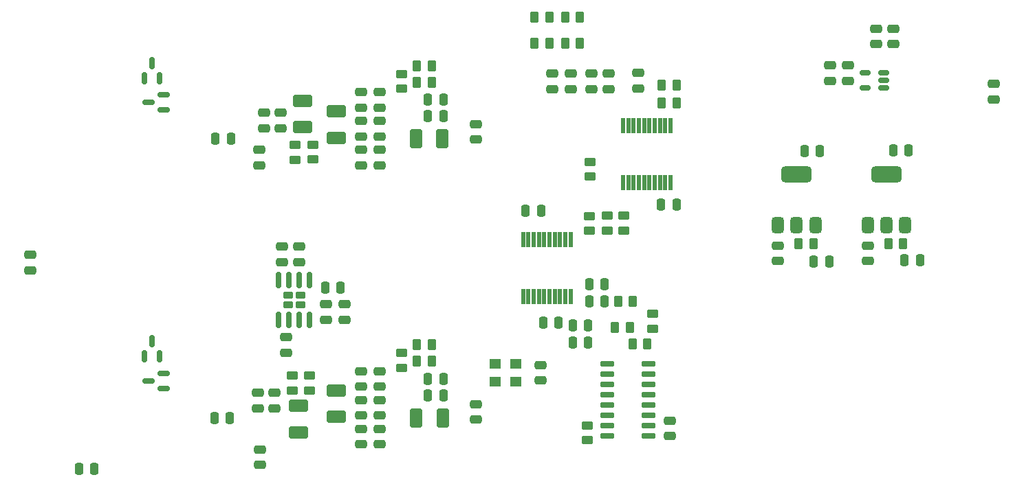
<source format=gbp>
G04 #@! TF.GenerationSoftware,KiCad,Pcbnew,8.0.1*
G04 #@! TF.CreationDate,2024-05-23T10:16:32+02:00*
G04 #@! TF.ProjectId,MISRC_v2.1,4d495352-435f-4763-922e-312e6b696361,0.3*
G04 #@! TF.SameCoordinates,Original*
G04 #@! TF.FileFunction,Paste,Bot*
G04 #@! TF.FilePolarity,Positive*
%FSLAX46Y46*%
G04 Gerber Fmt 4.6, Leading zero omitted, Abs format (unit mm)*
G04 Created by KiCad (PCBNEW 8.0.1) date 2024-05-23 10:16:32*
%MOMM*%
%LPD*%
G01*
G04 APERTURE LIST*
G04 Aperture macros list*
%AMRoundRect*
0 Rectangle with rounded corners*
0 $1 Rounding radius*
0 $2 $3 $4 $5 $6 $7 $8 $9 X,Y pos of 4 corners*
0 Add a 4 corners polygon primitive as box body*
4,1,4,$2,$3,$4,$5,$6,$7,$8,$9,$2,$3,0*
0 Add four circle primitives for the rounded corners*
1,1,$1+$1,$2,$3*
1,1,$1+$1,$4,$5*
1,1,$1+$1,$6,$7*
1,1,$1+$1,$8,$9*
0 Add four rect primitives between the rounded corners*
20,1,$1+$1,$2,$3,$4,$5,0*
20,1,$1+$1,$4,$5,$6,$7,0*
20,1,$1+$1,$6,$7,$8,$9,0*
20,1,$1+$1,$8,$9,$2,$3,0*%
G04 Aperture macros list end*
%ADD10RoundRect,0.250000X-0.250000X-0.475000X0.250000X-0.475000X0.250000X0.475000X-0.250000X0.475000X0*%
%ADD11RoundRect,0.250001X-0.924999X0.499999X-0.924999X-0.499999X0.924999X-0.499999X0.924999X0.499999X0*%
%ADD12RoundRect,0.250000X-0.475000X0.250000X-0.475000X-0.250000X0.475000X-0.250000X0.475000X0.250000X0*%
%ADD13RoundRect,0.250000X0.475000X-0.250000X0.475000X0.250000X-0.475000X0.250000X-0.475000X-0.250000X0*%
%ADD14RoundRect,0.250000X-0.262500X-0.450000X0.262500X-0.450000X0.262500X0.450000X-0.262500X0.450000X0*%
%ADD15R,1.400000X1.200000*%
%ADD16RoundRect,0.150000X0.150000X-0.587500X0.150000X0.587500X-0.150000X0.587500X-0.150000X-0.587500X0*%
%ADD17RoundRect,0.250000X-0.450000X0.262500X-0.450000X-0.262500X0.450000X-0.262500X0.450000X0.262500X0*%
%ADD18RoundRect,0.250000X0.262500X0.450000X-0.262500X0.450000X-0.262500X-0.450000X0.262500X-0.450000X0*%
%ADD19RoundRect,0.375000X0.375000X-0.625000X0.375000X0.625000X-0.375000X0.625000X-0.375000X-0.625000X0*%
%ADD20RoundRect,0.500000X1.400000X-0.500000X1.400000X0.500000X-1.400000X0.500000X-1.400000X-0.500000X0*%
%ADD21RoundRect,0.230000X0.375000X-0.230000X0.375000X0.230000X-0.375000X0.230000X-0.375000X-0.230000X0*%
%ADD22RoundRect,0.150000X0.150000X-0.825000X0.150000X0.825000X-0.150000X0.825000X-0.150000X-0.825000X0*%
%ADD23RoundRect,0.250001X0.924999X-0.499999X0.924999X0.499999X-0.924999X0.499999X-0.924999X-0.499999X0*%
%ADD24RoundRect,0.250000X0.450000X-0.262500X0.450000X0.262500X-0.450000X0.262500X-0.450000X-0.262500X0*%
%ADD25RoundRect,0.250000X0.250000X0.475000X-0.250000X0.475000X-0.250000X-0.475000X0.250000X-0.475000X0*%
%ADD26RoundRect,0.250001X-0.499999X-0.924999X0.499999X-0.924999X0.499999X0.924999X-0.499999X0.924999X0*%
%ADD27RoundRect,0.150000X0.512500X0.150000X-0.512500X0.150000X-0.512500X-0.150000X0.512500X-0.150000X0*%
%ADD28RoundRect,0.150000X0.587500X0.150000X-0.587500X0.150000X-0.587500X-0.150000X0.587500X-0.150000X0*%
%ADD29RoundRect,0.150000X-0.725000X-0.150000X0.725000X-0.150000X0.725000X0.150000X-0.725000X0.150000X0*%
%ADD30RoundRect,0.028800X0.211200X-0.921200X0.211200X0.921200X-0.211200X0.921200X-0.211200X-0.921200X0*%
%ADD31RoundRect,0.028800X-0.211200X0.921200X-0.211200X-0.921200X0.211200X-0.921200X0.211200X0.921200X0*%
G04 APERTURE END LIST*
D10*
X100015000Y-117856000D03*
X101915000Y-117856000D03*
D11*
X110363000Y-116358000D03*
X110363000Y-119608000D03*
D10*
X138350000Y-92300000D03*
X140250000Y-92300000D03*
D12*
X132207000Y-81600000D03*
X132207000Y-83500000D03*
D13*
X118097000Y-83119000D03*
X118097000Y-81219000D03*
D14*
X143207100Y-71678800D03*
X145032100Y-71678800D03*
D12*
X169418000Y-96586000D03*
X169418000Y-98486000D03*
D13*
X148590000Y-77287200D03*
X148590000Y-75387200D03*
D12*
X175831500Y-74361000D03*
X175831500Y-76261000D03*
D15*
X137140000Y-113400000D03*
X134600000Y-113400000D03*
X134600000Y-111200000D03*
X137140000Y-111200000D03*
D16*
X93279000Y-75994500D03*
X91379000Y-75994500D03*
X92329000Y-74119500D03*
D12*
X141630400Y-75387200D03*
X141630400Y-77287200D03*
D17*
X112141000Y-84154000D03*
X112141000Y-85979000D03*
D13*
X108839000Y-109789000D03*
X108839000Y-107889000D03*
D12*
X180467000Y-96586000D03*
X180467000Y-98486000D03*
D14*
X182983500Y-96393000D03*
X184808500Y-96393000D03*
D18*
X126769500Y-110871000D03*
X124944500Y-110871000D03*
D12*
X120396000Y-112080000D03*
X120396000Y-113980000D03*
D10*
X126291000Y-80645000D03*
X128191000Y-80645000D03*
D18*
X126756500Y-76454000D03*
X124931500Y-76454000D03*
D10*
X144150000Y-108600000D03*
X146050000Y-108600000D03*
D17*
X148350000Y-92925000D03*
X148350000Y-94750000D03*
D12*
X118097000Y-77663000D03*
X118097000Y-79563000D03*
X195961000Y-76647000D03*
X195961000Y-78547000D03*
D19*
X185053000Y-94082000D03*
X182753000Y-94082000D03*
D20*
X182753000Y-87782000D03*
D19*
X180453000Y-94082000D03*
D10*
X184978000Y-98425000D03*
X186878000Y-98425000D03*
D13*
X118110000Y-121092000D03*
X118110000Y-119192000D03*
D17*
X150450000Y-92925000D03*
X150450000Y-94750000D03*
D12*
X140150000Y-111350000D03*
X140150000Y-113250000D03*
D16*
X93279000Y-110290000D03*
X91379000Y-110290000D03*
X92329000Y-108415000D03*
D12*
X105537000Y-84775000D03*
X105537000Y-86675000D03*
X120383000Y-77663000D03*
X120383000Y-79563000D03*
D21*
X109093000Y-103883000D03*
X110593000Y-103883000D03*
X109093000Y-102743000D03*
X110593000Y-102743000D03*
D22*
X111748000Y-105788000D03*
X110478000Y-105788000D03*
X109208000Y-105788000D03*
X107938000Y-105788000D03*
X107938000Y-100838000D03*
X109208000Y-100838000D03*
X110478000Y-100838000D03*
X111748000Y-100838000D03*
D12*
X143916400Y-75387200D03*
X143916400Y-77287200D03*
D23*
X115049000Y-83286000D03*
X115049000Y-80036000D03*
D10*
X173802000Y-98552000D03*
X175702000Y-98552000D03*
D24*
X154000000Y-106825000D03*
X154000000Y-105000000D03*
D17*
X123063000Y-109831500D03*
X123063000Y-111656500D03*
D10*
X126304000Y-113030000D03*
X128204000Y-113030000D03*
X144150000Y-106450000D03*
X146050000Y-106450000D03*
D25*
X148050000Y-103500000D03*
X146150000Y-103500000D03*
D14*
X139447900Y-71678800D03*
X141272900Y-71678800D03*
X139447900Y-68427600D03*
X141272900Y-68427600D03*
D13*
X120396000Y-121092000D03*
X120396000Y-119192000D03*
X152196800Y-77200800D03*
X152196800Y-75300800D03*
D18*
X126756500Y-74422000D03*
X124931500Y-74422000D03*
D12*
X77350000Y-97750000D03*
X77350000Y-99650000D03*
D18*
X153325000Y-108750000D03*
X151500000Y-108750000D03*
D13*
X106172000Y-82103000D03*
X106172000Y-80203000D03*
D19*
X174004000Y-94082000D03*
X171704000Y-94082000D03*
D20*
X171704000Y-87782000D03*
D19*
X169404000Y-94082000D03*
D10*
X126304000Y-115062000D03*
X128204000Y-115062000D03*
D25*
X156900000Y-91500000D03*
X155000000Y-91500000D03*
D13*
X120383000Y-86675000D03*
X120383000Y-84775000D03*
D12*
X118110000Y-112080000D03*
X118110000Y-113980000D03*
D18*
X156919300Y-76809600D03*
X155094300Y-76809600D03*
D17*
X123050000Y-75414500D03*
X123050000Y-77239500D03*
D18*
X151525000Y-103500000D03*
X149700000Y-103500000D03*
X126769500Y-108839000D03*
X124944500Y-108839000D03*
X156919300Y-78994000D03*
X155094300Y-78994000D03*
D10*
X172659000Y-84963000D03*
X174559000Y-84963000D03*
D12*
X132207000Y-116144000D03*
X132207000Y-118044000D03*
D24*
X111760000Y-114450500D03*
X111760000Y-112625500D03*
D13*
X120383000Y-83119000D03*
X120383000Y-81219000D03*
D12*
X110490000Y-96713000D03*
X110490000Y-98613000D03*
D23*
X115062000Y-117703000D03*
X115062000Y-114453000D03*
D26*
X124867000Y-117856000D03*
X128117000Y-117856000D03*
D27*
X182430000Y-75250000D03*
X182430000Y-76200000D03*
X182430000Y-77150000D03*
X180155000Y-77150000D03*
X180155000Y-75250000D03*
D12*
X181483000Y-69850000D03*
X181483000Y-71750000D03*
D14*
X171934500Y-96393000D03*
X173759500Y-96393000D03*
D23*
X110871000Y-81990000D03*
X110871000Y-78740000D03*
D28*
X93774500Y-112334000D03*
X93774500Y-114234000D03*
X91899500Y-113284000D03*
D29*
X148350000Y-120060000D03*
X148350000Y-118790000D03*
X148350000Y-117520000D03*
X148350000Y-116250000D03*
X148350000Y-114980000D03*
X148350000Y-113710000D03*
X148350000Y-112440000D03*
X148350000Y-111170000D03*
X153500000Y-111170000D03*
X153500000Y-112440000D03*
X153500000Y-113710000D03*
X153500000Y-114980000D03*
X153500000Y-116250000D03*
X153500000Y-117520000D03*
X153500000Y-118790000D03*
X153500000Y-120060000D03*
D25*
X142400000Y-106100000D03*
X140500000Y-106100000D03*
D13*
X105410000Y-116647000D03*
X105410000Y-114747000D03*
X146405600Y-77287200D03*
X146405600Y-75387200D03*
D24*
X146304000Y-88085300D03*
X146304000Y-86260300D03*
D25*
X148050000Y-101350000D03*
X146150000Y-101350000D03*
D24*
X146200000Y-94775000D03*
X146200000Y-92950000D03*
X145900000Y-120612500D03*
X145900000Y-118787500D03*
X109982000Y-86002500D03*
X109982000Y-84177500D03*
D14*
X143207100Y-68427600D03*
X145032100Y-68427600D03*
D12*
X183642000Y-69850000D03*
X183642000Y-71750000D03*
D25*
X115550000Y-101750000D03*
X113650000Y-101750000D03*
D30*
X143875000Y-102870000D03*
X143225000Y-102870000D03*
X142575000Y-102870000D03*
X141925000Y-102870000D03*
X141275000Y-102870000D03*
X140625000Y-102870000D03*
X139975000Y-102870000D03*
X139325000Y-102870000D03*
X138675000Y-102870000D03*
X138025000Y-102870000D03*
X138025000Y-95860000D03*
X138675000Y-95860000D03*
X139325000Y-95860000D03*
X139975000Y-95860000D03*
X140625000Y-95860000D03*
X141275000Y-95860000D03*
X141925000Y-95860000D03*
X142575000Y-95860000D03*
X143225000Y-95860000D03*
X143875000Y-95860000D03*
D28*
X93780000Y-77978000D03*
X93780000Y-79878000D03*
X91905000Y-78928000D03*
D13*
X118097000Y-86675000D03*
X118097000Y-84775000D03*
D18*
X151175000Y-106700000D03*
X149350000Y-106700000D03*
D13*
X156100000Y-120100000D03*
X156100000Y-118200000D03*
X120396000Y-117536000D03*
X120396000Y-115636000D03*
X108204000Y-82103000D03*
X108204000Y-80203000D03*
D10*
X183581000Y-84836000D03*
X185481000Y-84836000D03*
D13*
X107442000Y-116647000D03*
X107442000Y-114747000D03*
D10*
X126291000Y-78613000D03*
X128191000Y-78613000D03*
D12*
X105664000Y-121732000D03*
X105664000Y-123632000D03*
D31*
X150317200Y-81788400D03*
X150967200Y-81788400D03*
X151617200Y-81788400D03*
X152267200Y-81788400D03*
X152917200Y-81788400D03*
X153567200Y-81788400D03*
X154217200Y-81788400D03*
X154867200Y-81788400D03*
X155517200Y-81788400D03*
X156167200Y-81788400D03*
X156167200Y-88798400D03*
X155517200Y-88798400D03*
X154867200Y-88798400D03*
X154217200Y-88798400D03*
X153567200Y-88798400D03*
X152917200Y-88798400D03*
X152267200Y-88798400D03*
X151617200Y-88798400D03*
X150967200Y-88798400D03*
X150317200Y-88798400D03*
D10*
X100142000Y-83439000D03*
X102042000Y-83439000D03*
D13*
X118110000Y-117536000D03*
X118110000Y-115636000D03*
D26*
X124854000Y-83439000D03*
X128104000Y-83439000D03*
D13*
X116078000Y-105725000D03*
X116078000Y-103825000D03*
D10*
X83350000Y-124100000D03*
X85250000Y-124100000D03*
D17*
X109601000Y-112625500D03*
X109601000Y-114450500D03*
D12*
X177990500Y-74361000D03*
X177990500Y-76261000D03*
D13*
X113792000Y-105725000D03*
X113792000Y-103825000D03*
X108331000Y-98613000D03*
X108331000Y-96713000D03*
M02*

</source>
